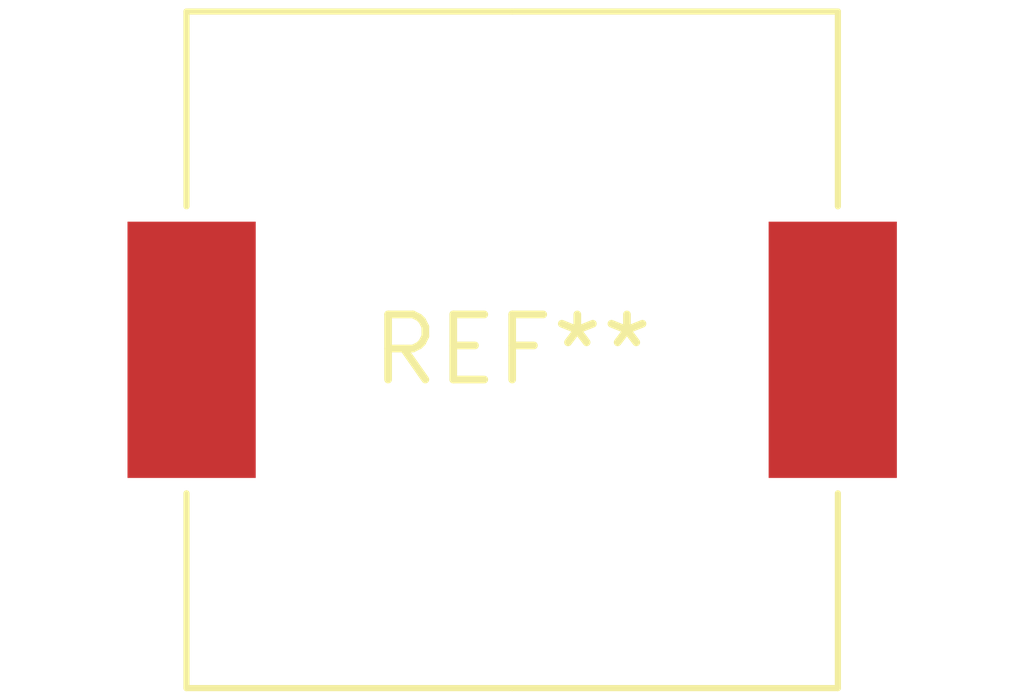
<source format=kicad_pcb>
(kicad_pcb (version 20240108) (generator pcbnew)
  (layers (0 "F.Cu" signal) (31 "B.Cu" signal) (34 "B.Paste" user) (35 "F.Paste" user) (36 "B.SilkS" user "B.Silkscreen") (37 "F.SilkS" user "F.Silkscreen") (38 "B.Mask" user) (39 "F.Mask" user) (44 "Edge.Cuts" user))
  (net 0 "")
  (footprint "L_Wuerth_HCM-1390" (layer "F.Cu") (at 0 0)
    (property "Reference" "REF**")
    (property "Value" "L_Wuerth_HCM-1390")
    (fp_line (start -6.35 -6.6) (end 0 -6.6) (layer "F.SilkS") (stroke (width 0.12)))
    (fp_line (start -6.35 -2.8) (end -6.35 -6.6) (layer "F.SilkS") (stroke (width 0.12)))
    (fp_line (start -6.35 2.8) (end -6.35 6.6) (layer "F.SilkS") (stroke (width 0.12)))
    (fp_line (start -6.35 6.6) (end 0 6.6) (layer "F.SilkS") (stroke (width 0.12)))
    (fp_line (start 6.35 -6.6) (end 0 -6.6) (layer "F.SilkS") (stroke (width 0.12)))
    (fp_line (start 6.35 -2.8) (end 6.35 -6.6) (layer "F.SilkS") (stroke (width 0.12)))
    (fp_line (start 6.35 2.8) (end 6.35 6.6) (layer "F.SilkS") (stroke (width 0.12)))
    (fp_line (start 6.35 6.6) (end 0 6.6) (layer "F.SilkS") (stroke (width 0.12)))
    (pad "1" smd rect (at -6.25 0) (size 2.5 5) (layers "F.Cu" "F.Paste" "F.Mask"))
    (pad "2" smd rect (at 6.25 0) (size 2.5 5) (layers "F.Cu" "F.Paste" "F.Mask"))
  )
)
</source>
